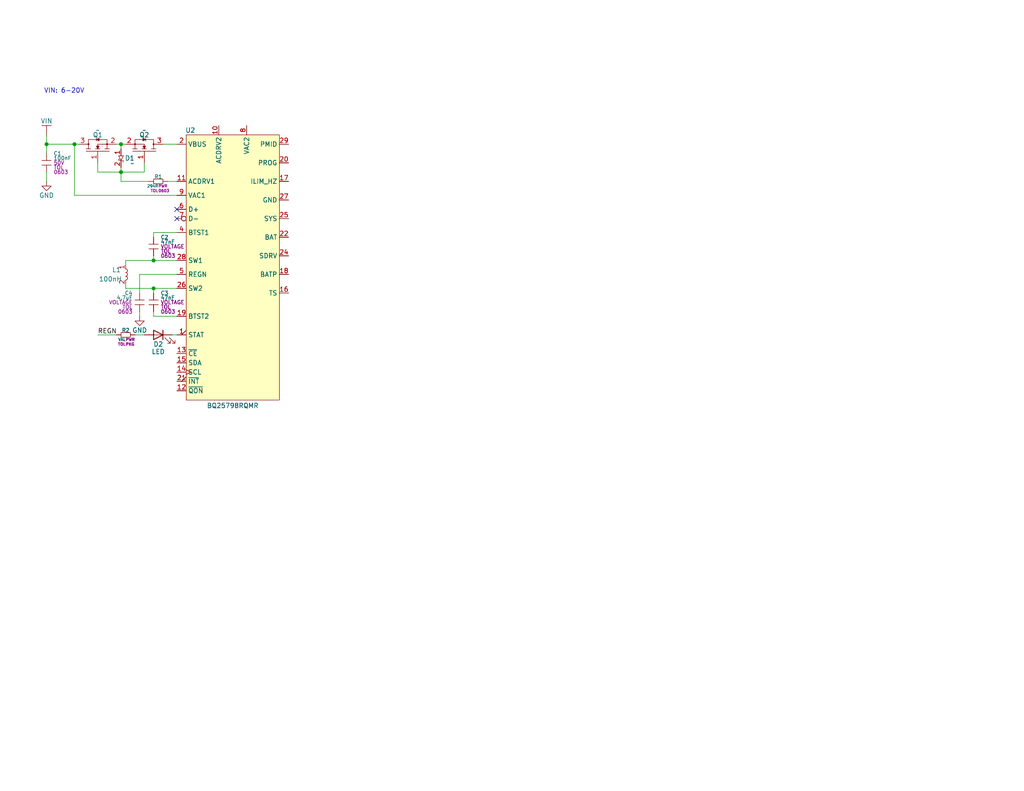
<source format=kicad_sch>
(kicad_sch (version 20231120) (generator "eeschema") (generator_version "8.0")
  (paper "USLetter")
  (title_block (title "Power") (date "2024-09-13") (rev "1.0.0") (comment 2 "PROTOTYPE") (comment 3 "2024"))
  (lib_symbols
    (symbol "DSE-PMIC:BQ25798"
      (property "Reference" "U" (at -12.954 35.56 0))
      (symbol "BQ25798_0_0"
        (pin open_emitter output_low (at -15.24 -20.32 0) (length 2.54) (name "STAT") (number "1"))
        (pin output line (at -3.81 36.83 270) (length 2.54) (name "ACDRV2") (number "10"))
        (pin output line (at -15.24 21.59 0) (length 2.54) (name "ACDRV1") (number "11"))
        (pin input line (at -15.24 -35.56 0) (length 2.54) (name "~{QON}") (number "12"))
        (pin input line (at -15.24 -25.4 0) (length 2.54) (name "~{CE}") (number "13"))
        (pin input clock (at -15.24 -30.48 0) (length 2.54) (name "SCL") (number "14"))
        (pin bidirectional line (at -15.24 -27.94 0) (length 2.54) (name "SDA") (number "15"))
        (pin input line (at 15.24 -8.89 180) (length 2.54) (name "TS") (number "16"))
        (pin passive line (at 15.24 21.59 180) (length 2.54) (name "ILIM_HZ") (number "17"))
        (pin input line (at 15.24 -3.81 180) (length 2.54) (name "BATP") (number "18"))
        (pin power_out line (at -15.24 -15.24 0) (length 2.54) (name "BTST2") (number "19"))
        (pin power_in line (at -15.24 31.75 0) (length 2.54) (name "VBUS") (number "2"))
        (pin passive line (at 15.24 26.67 180) (length 2.54) (name "PROG") (number "20"))
        (pin output output_low (at -15.24 -33.02 0) (length 2.54) (name "~{INT}") (number "21"))
        (pin power_out line (at 15.24 6.35 180) (length 2.54) (name "BAT") (number "22"))
        (pin power_out line (at 15.24 1.27 180) (length 2.54) (name "SDRV") (number "24"))
        (pin output line (at 15.24 11.43 180) (length 2.54) (name "SYS") (number "25"))
        (pin passive line (at -15.24 -7.62 0) (length 2.54) (name "SW2") (number "26"))
        (pin passive line (at 15.24 16.51 180) (length 2.54) (name "GND") (number "27"))
        (pin passive line (at -15.24 0 0) (length 2.54) (name "SW1") (number "28"))
        (pin open_collector line (at 15.24 31.75 180) (length 2.54) (name "PMID") (number "29"))
        (pin power_in line (at -15.24 7.62 0) (length 2.54) (name "BTST1") (number "4"))
        (pin power_out line (at -15.24 -3.81 0) (length 2.54) (name "REGN") (number "5"))
        (pin bidirectional line (at -15.24 13.97 0) (length 2.54) (name "D+") (number "6"))
        (pin bidirectional inverted (at -15.24 11.43 0) (length 2.54) (name "D-") (number "7"))
        (pin power_in line (at 3.81 36.83 270) (length 2.54) (name "VAC2") (number "8"))
        (pin power_in line (at -15.24 17.78 0) (length 2.54) (name "VAC1") (number "9"))
      )
      (symbol "BQ25798_1_0"
        (pin output line (at 15.24 6.35 180) (length 2.54) hide (name "BAT") (number "23"))
        (pin power_in line (at -15.24 31.75 0) (length 2.54) hide (name "VBUS") (number "3"))
      )
      (symbol "BQ25798_1_1"
        (rectangle (start -12.7 34.29) (end 12.7 -38.1) (fill (type background)))
      )
    )
    (symbol "DSE-Passives:C" (pin_numbers hide) (pin_names hide)
      (property "Reference" "C?" (at 1.905 2.54 0))
      (property "Value" "CAP" (at 1.905 1.27 0))
      (property "Tolerance" "TOL" (at 1.905 -1.27 0))
      (property "Voltage Rating" "VOLTAGE" (at 1.905 0 0))
      (property "Package" "PKG" (at 1.905 -2.54 0))
      (symbol "C_0_1"
        (polyline (pts (xy -1.27 -0.635) (xy 1.27 -0.635)))
        (polyline (pts (xy -1.27 0.635) (xy 1.27 0.635)))
      )
      (symbol "C_1_1"
        (pin passive line (at 0 2.54 270) (length 1.905) (name "") (number "1"))
        (pin passive line (at 0 -2.54 90) (length 1.905) (name "") (number "2"))
      )
    )
    (symbol "DSE-Passives:D_Schottky"
      (property "Reference" "D" (at 0 3.175 0))
      (symbol "D_Schottky_1_0"
        (pin passive line (at -2.54 0 0) (length 1.905) (name "") (number "1"))
        (pin passive line (at 2.54 0 180) (length 1.905) (name "") (number "2"))
      )
      (symbol "D_Schottky_1_1"
        (polyline (pts (xy -0.635 0.635) (xy -0.635 -0.635) (xy 0.635 0) (xy -0.635 0.635)) (stroke (width 0.1524)))
        (polyline (pts (xy 0.635 0) (xy 0.635 -0.635) (xy 0.381 -0.635) (xy 0.254 -0.635) (xy 0.254 -0.381)) (stroke (width 0.127)))
        (polyline (pts (xy 0.635 0) (xy 0.635 0.635) (xy 0.889 0.635) (xy 1.016 0.635) (xy 1.016 0.381)) (stroke (width 0.127)))
      )
    )
    (symbol "DSE-Passives:L"
      (property "Reference" "L" (at 0 5.08 0))
      (property "Value" "L?" (at 0 2.54 0))
      (symbol "L_0_1"
        (arc (start -1.016 0.508) (mid -1.3752 0.3592) (end -1.524 0))
        (arc (start -0.508 0) (mid -0.6568 0.3592) (end -1.016 0.508))
        (arc (start 0 0.508) (mid -0.3592 0.3592) (end -0.508 0))
        (arc (start 0.508 0) (mid 0.3592 0.3592) (end 0 0.508))
        (arc (start 1.016 0.508) (mid 0.6568 0.3592) (end 0.508 0))
        (arc (start 1.524 0) (mid 1.3752 0.3592) (end 1.016 0.508))
      )
      (symbol "L_1_0"
        (pin passive line (at -2.54 0 0) (length 1.016) (name "") (number "1"))
        (pin passive line (at 2.54 0 180) (length 1.016) (name "") (number "2"))
      )
    )
    (symbol "DSE-Passives:R_horizontal"
      (property "Reference" "R?" (at 0 1.27 0))
      (property "Value" "VAL" (at 0 -1.27 0))
      (property "Tolerance" "TOL" (at 0 -2.54 0))
      (property "Power Rating" "PWR" (at 0 -1.27 0))
      (property "Package" "PKG" (at 0 -2.54 0))
      (symbol "R_horizontal_0_1"
        (polyline (pts (xy -1.27 -0.635) (xy 1.27 -0.635) (xy 1.27 0.635) (xy -1.27 0.635) (xy -1.27 -0.635)))
      )
      (symbol "R_horizontal_1_1"
        (pin passive line (at -2.54 0 0) (length 1.27) (name "") (number "1"))
        (pin passive line (at 2.54 0 180) (length 1.27) (name "") (number "2"))
      )
    )
    (symbol "DSE-Transistors:NMOS_GSD" (pin_names hide)
      (property "Reference" "Q" (at 0 1.778 0))
      (symbol "NMOS_GSD_0_1"
        (polyline (pts (xy -3.175 -1.27) (xy -1.905 -1.27)))
        (polyline (pts (xy -0.635 -1.27) (xy 0.635 -1.27)))
        (polyline (pts (xy 0 0) (xy 0 -0.508)))
        (polyline (pts (xy 1.905 -1.27) (xy 3.175 -1.27)))
        (polyline (pts (xy -2.54 -1.27) (xy -2.54 0) (xy -3.175 0)))
        (polyline (pts (xy 2.54 -1.27) (xy 2.54 0) (xy 3.175 0)))
      )
      (symbol "NMOS_GSD_1_0"
        (pin passive line (at 0 -5.08 90) (length 3.175) (name "") (number "1"))
        (pin passive line (at 5.08 0 180) (length 1.905) (name "") (number "2"))
        (pin passive line (at -5.08 0 0) (length 1.905) (name "") (number "3"))
      )
      (symbol "NMOS_GSD_1_1"
        (circle (center -2.54 0) (radius 0.1796) (fill (type outline)))
        (polyline (pts (xy -3.175 -1.905) (xy 3.175 -1.905)))
        (polyline (pts (xy -0.381 1.651) (xy -0.381 0.889)))
        (polyline (pts (xy 0 0) (xy 2.54 0)))
        (polyline (pts (xy -2.54 0) (xy -2.54 1.27) (xy -0.381 1.27)))
        (polyline (pts (xy 0.381 1.27) (xy 2.54 1.27) (xy 2.54 0)))
        (polyline (pts (xy -0.381 1.27) (xy 0.381 0.889) (xy 0.381 1.651) (xy -0.381 1.27)) (fill (type outline)))
        (polyline (pts (xy 0 -1.27) (xy 0.381 -0.508) (xy -0.381 -0.508) (xy 0 -1.27)) (fill (type outline)))
        (circle (center 2.54 0) (radius 0.1796) (fill (type outline)))
      )
    )
    (symbol "Device:LED" (pin_numbers hide) (pin_names (offset 1.016) hide)
      (property "Reference" "D" (at 0 2.54 0))
      (property "Value" "LED" (at 0 -2.54 0))
      (symbol "LED_0_1"
        (polyline (pts (xy -1.27 -1.27) (xy -1.27 1.27)) (stroke (width 0.254)))
        (polyline (pts (xy -1.27 0) (xy 1.27 0)))
        (polyline (pts (xy 1.27 -1.27) (xy 1.27 1.27) (xy -1.27 0) (xy 1.27 -1.27)) (stroke (width 0.254)))
        (polyline (pts (xy -3.048 -0.762) (xy -4.572 -2.286) (xy -3.81 -2.286) (xy -4.572 -2.286) (xy -4.572 -1.524)))
        (polyline (pts (xy -1.778 -0.762) (xy -3.302 -2.286) (xy -2.54 -2.286) (xy -3.302 -2.286) (xy -3.302 -1.524)))
      )
      (symbol "LED_1_1"
        (pin passive line (at -3.81 0 0) (length 2.54) (name "K") (number "1"))
        (pin passive line (at 3.81 0 180) (length 2.54) (name "A") (number "2"))
      )
    )
    (symbol "power:GND" (power) (pin_numbers hide) (pin_names (offset 0) hide)
      (property "Value" "GND" (at 0 -3.81 0))
      (symbol "GND_0_1"
        (polyline (pts (xy 0 0) (xy 0 -1.27) (xy 1.27 -1.27) (xy 0 -2.54) (xy -1.27 -1.27) (xy 0 -1.27)))
      )
      (symbol "GND_1_1"
        (pin power_in line (at 0 0 270) (length 0) (name "~") (number "1"))
      )
    )
    (symbol "power:VDC" (power) (pin_numbers hide) (pin_names (offset 0) hide)
      (property "Value" "VIN" (at 0 3.81 0))
      (symbol "VDC_0_1"
        (polyline (pts (xy -1.27 2.54) (xy 0 2.54)))
        (polyline (pts (xy 0 0) (xy 0 2.54)))
        (polyline (pts (xy 0 2.54) (xy 1.27 2.54)))
      )
      (symbol "VDC_1_1"
        (pin power_in line (at 0 0 90) (length 0) (name "~") (number "1"))
      )
    )
  )
  (junction (at 33.02 46.99))
  (junction (at 12.7 39.37))
  (junction (at 33.02 39.37))
  (junction (at 41.91 71.12))
  (junction (at 20.32 39.37))
  (junction (at 41.91 78.74))
  (no_connect (at 48.26 59.69))
  (no_connect (at 48.26 57.15))
  (wire (pts (xy 33.02 39.37) (xy 34.29 39.37)))
  (wire (pts (xy 20.32 53.34) (xy 20.32 39.37)))
  (wire (pts (xy 46.99 91.44) (xy 48.26 91.44)))
  (wire (pts (xy 41.91 63.5) (xy 48.26 63.5)))
  (wire (pts (xy 12.7 46.99) (xy 12.7 49.53)))
  (wire (pts (xy 44.45 39.37) (xy 48.26 39.37)))
  (wire (pts (xy 12.7 39.37) (xy 20.32 39.37)))
  (wire (pts (xy 31.75 39.37) (xy 33.02 39.37)))
  (wire (pts (xy 26.67 44.45) (xy 26.67 46.99)))
  (wire (pts (xy 26.67 91.44) (xy 31.75 91.44)))
  (wire (pts (xy 39.37 46.99) (xy 39.37 44.45)))
  (wire (pts (xy 48.26 53.34) (xy 20.32 53.34)))
  (wire (pts (xy 41.91 85.09) (xy 41.91 86.36)))
  (wire (pts (xy 34.29 78.74) (xy 34.29 77.47)))
  (wire (pts (xy 41.91 78.74) (xy 48.26 78.74)))
  (wire (pts (xy 12.7 41.91) (xy 12.7 39.37)))
  (wire (pts (xy 48.26 74.93) (xy 38.1 74.93)))
  (wire (pts (xy 33.02 40.64) (xy 33.02 39.37)))
  (wire (pts (xy 33.02 49.53) (xy 33.02 46.99)))
  (wire (pts (xy 20.32 39.37) (xy 21.59 39.37)))
  (wire (pts (xy 41.91 78.74) (xy 41.91 80.01)))
  (wire (pts (xy 41.91 71.12) (xy 48.26 71.12)))
  (wire (pts (xy 33.02 45.72) (xy 33.02 46.99)))
  (wire (pts (xy 34.29 71.12) (xy 41.91 71.12)))
  (wire (pts (xy 36.83 91.44) (xy 39.37 91.44)))
  (wire (pts (xy 41.91 71.12) (xy 41.91 69.85)))
  (wire (pts (xy 48.26 49.53) (xy 45.72 49.53)))
  (wire (pts (xy 12.7 36.83) (xy 12.7 39.37)))
  (wire (pts (xy 38.1 74.93) (xy 38.1 80.01)))
  (wire (pts (xy 34.29 72.39) (xy 34.29 71.12)))
  (wire (pts (xy 41.91 78.74) (xy 34.29 78.74)))
  (wire (pts (xy 38.1 85.09) (xy 38.1 86.36)))
  (wire (pts (xy 26.67 46.99) (xy 33.02 46.99)))
  (wire (pts (xy 41.91 63.5) (xy 41.91 64.77)))
  (wire (pts (xy 33.02 46.99) (xy 39.37 46.99)))
  (wire (pts (xy 41.91 86.36) (xy 48.26 86.36)))
  (wire (pts (xy 40.64 49.53) (xy 33.02 49.53)))
  (text "VIN: 6-20V" (at 17.526 24.892 0) (effects (font (size 1.27 1.27))))
  (label "REGN" (at 26.67 91.44 0))
  (symbol (lib_id "power:GND") (at 12.7 49.53 0) (unit 1)
    (property "Reference" "#PWR02" (effects (hide yes)))
    (property "Value" "GND" (at 12.7 53.34 0))
    (property "Description" "Power symbol creates a global label with name \"GND\" , ground" (effects (hide yes)))
  )
  (symbol (lib_id "power:GND") (at 38.1 86.36 0) (unit 1)
    (property "Reference" "#PWR03" (effects (hide yes)))
    (property "Value" "GND" (at 38.1 90.17 0))
    (property "Description" "Power symbol creates a global label with name \"GND\" , ground" (effects (hide yes)))
  )
  (symbol (lib_id "DSE-Passives:C") (at 12.7 44.45 0) (unit 1)
    (property "Reference" "C1" (at 14.605 41.91 0) (effects (font (size 1.016 1.016)) (justify left)))
    (property "Value" "100nF" (at 14.605 43.18 0) (effects (font (size 1.016 1.016)) (justify left)))
    (property "Description" "Ceramic capacitor symbol" (effects (hide yes)))
    (property "Tolerance" "TOL" (at 14.605 45.72 0) (effects (font (size 1.016 1.016)) (justify left)))
    (property "Voltage Rating" "50V" (at 14.605 44.45 0) (effects (font (size 1.016 1.016)) (justify left)))
    (property "Package" "0603" (at 14.605 46.99 0) (effects (font (size 1.016 1.016)) (justify left)))
    (property "populate" "1" (effects (hide yes)))
  )
  (symbol (lib_id "DSE-Transistors:NMOS_GSD") (at 39.37 39.37 0) (mirror y) (unit 1)
    (property "Reference" "Q2" (at 39.37 36.83 0))
    (property "Value" "~" (at 39.37 35.56 0))
    (property "Description" "N-Channel MOSFET" (effects (hide yes)))
  )
  (symbol (lib_id "DSE-Passives:C") (at 41.91 67.31 0) (unit 1)
    (property "Reference" "C2" (at 43.815 64.77 0) (effects (font (size 1.016 1.016)) (justify left)))
    (property "Value" "47nF" (at 43.815 66.04 0) (effects (font (size 1.016 1.016)) (justify left)))
    (property "Description" "Ceramic capacitor symbol" (effects (hide yes)))
    (property "Tolerance" "TOL" (at 43.815 68.58 0) (effects (font (size 1.016 1.016)) (justify left)))
    (property "Voltage Rating" "VOLTAGE" (at 43.815 67.31 0) (effects (font (size 1.016 1.016)) (justify left)))
    (property "Package" "0603" (at 43.815 69.85 0) (effects (font (size 1.016 1.016)) (justify left)))
    (property "populate" "1" (effects (hide yes)))
  )
  (symbol (lib_id "DSE-Transistors:NMOS_GSD") (at 26.67 39.37 0) (unit 1)
    (property "Reference" "Q1" (at 26.67 36.83 0))
    (property "Value" "~" (at 26.67 35.56 0))
    (property "Description" "N-Channel MOSFET" (effects (hide yes)))
  )
  (symbol (lib_id "DSE-Passives:R_horizontal") (at 43.18 49.53 0) (unit 1)
    (property "Reference" "R1" (at 43.18 48.26 0) (effects (font (size 1.016 1.016))))
    (property "Value" "294R" (at 43.18 50.8 0) (effects (font (size 0.762 0.762)) (justify right)))
    (property "Tolerance" "TOL" (at 43.18 52.07 0) (effects (font (size 0.762 0.762)) (justify right)))
    (property "Power Rating" "PWR" (at 43.18 50.8 0) (effects (font (size 0.762 0.762)) (justify left)))
    (property "Package" "0603" (at 43.18 52.07 0) (effects (font (size 0.762 0.762)) (justify left)))
  )
  (symbol (lib_id "Device:LED") (at 43.18 91.44 0) (mirror y) (unit 1)
    (property "Reference" "D2" (at 43.18 93.98 0))
    (property "Value" "LED" (at 43.18 96.012 0))
    (property "Description" "Light emitting diode" (effects (hide yes)))
  )
  (symbol (lib_id "DSE-Passives:L") (at 34.29 74.93 270) (unit 1)
    (property "Reference" "L1" (at 33.02 73.66 90) (effects (justify right)))
    (property "Value" "100nH" (at 33.274 76.2 90) (effects (justify right)))
  )
  (symbol (lib_id "DSE-PMIC:BQ25798") (at 63.5 71.12 0) (unit 1)
    (property "Reference" "U2" (at 50.546 35.56 0) (effects (justify left)))
    (property "Value" "BQ25798RQMR" (at 63.5 110.744 0))
    (property "Datasheet" "datasheets/Texas-Instruments-BQ25798.pdf" (effects (hide yes)))
    (property "Description" "Charger IC Lithium Ion/Polymer 29-VQFN-HR (4x4)" (effects (hide yes)))
    (property "Manufacturer" "Texas Instruments" (effects (hide yes)))
    (property "MPN" "BQ25798" (effects (hide yes)))
  )
  (symbol (lib_id "power:VDC") (at 12.7 36.83 0) (unit 1)
    (property "Reference" "#VIN" (effects (hide yes)))
    (property "Value" "VIN" (at 12.7 33.02 0))
    (property "Description" "Power symbol creates a global label with name \"VIN\"" (effects (hide yes)))
  )
  (symbol (lib_id "DSE-Passives:D_Schottky") (at 33.02 43.18 270) (unit 1)
    (property "Reference" "D1" (at 34.036 43.18 90) (effects (justify left)))
    (property "Value" "~" (at 35.56 44.6341 90) (effects (justify left)))
  )
  (symbol (lib_id "DSE-Passives:R_horizontal") (at 34.29 91.44 0) (unit 1)
    (property "Reference" "R2" (at 34.29 90.17 0) (effects (font (size 1.016 1.016))))
    (property "Value" "VAL" (at 34.29 92.71 0) (effects (font (size 0.762 0.762)) (justify right)))
    (property "Tolerance" "TOL" (at 34.29 93.98 0) (effects (font (size 0.762 0.762)) (justify right)))
    (property "Power Rating" "PWR" (at 34.29 92.71 0) (effects (font (size 0.762 0.762)) (justify left)))
    (property "Package" "PKG" (at 34.29 93.98 0) (effects (font (size 0.762 0.762)) (justify left)))
  )
  (symbol (lib_id "DSE-Passives:C") (at 38.1 82.55 0) (mirror y) (unit 1)
    (property "Reference" "C4" (at 36.195 80.01 0) (effects (font (size 1.016 1.016)) (justify left)))
    (property "Value" "4.7uF" (at 36.195 81.28 0) (effects (font (size 1.016 1.016)) (justify left)))
    (property "Description" "Ceramic capacitor symbol" (effects (hide yes)))
    (property "Tolerance" "TOL" (at 36.195 83.82 0) (effects (font (size 1.016 1.016)) (justify left)))
    (property "Voltage Rating" "VOLTAGE" (at 36.195 82.55 0) (effects (font (size 1.016 1.016)) (justify left)))
    (property "Package" "0603" (at 36.195 85.09 0) (effects (font (size 1.016 1.016)) (justify left)))
    (property "populate" "1" (effects (hide yes)))
  )
  (symbol (lib_id "DSE-Passives:C") (at 41.91 82.55 0) (unit 1)
    (property "Reference" "C3" (at 43.815 80.01 0) (effects (font (size 1.016 1.016)) (justify left)))
    (property "Value" "47nF" (at 43.815 81.28 0) (effects (font (size 1.016 1.016)) (justify left)))
    (property "Description" "Ceramic capacitor symbol" (effects (hide yes)))
    (property "Tolerance" "TOL" (at 43.815 83.82 0) (effects (font (size 1.016 1.016)) (justify left)))
    (property "Voltage Rating" "VOLTAGE" (at 43.815 82.55 0) (effects (font (size 1.016 1.016)) (justify left)))
    (property "Package" "0603" (at 43.815 85.09 0) (effects (font (size 1.016 1.016)) (justify left)))
    (property "populate" "1" (effects (hide yes)))
  )
)
</source>
